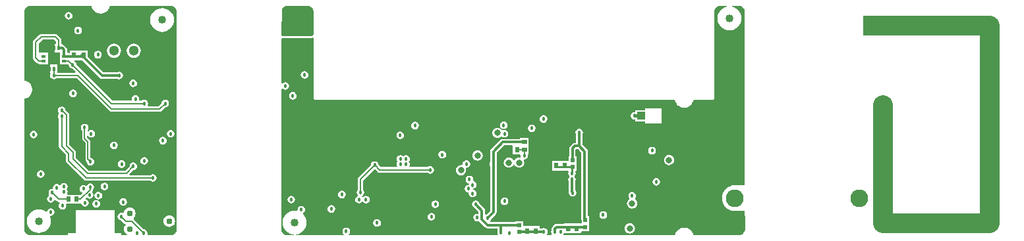
<source format=gbl>
G04*
G04 #@! TF.GenerationSoftware,Altium Limited,Altium NEXUS,3.1.14 (81)*
G04*
G04 Layer_Physical_Order=6*
G04 Layer_Color=16711680*
%FSLAX25Y25*%
%MOIN*%
G70*
G04*
G04 #@! TF.SameCoordinates,8D934BE8-6637-419B-8715-06A4025A7093*
G04*
G04*
G04 #@! TF.FilePolarity,Positive*
G04*
G01*
G75*
%ADD15C,0.01000*%
%ADD17C,0.00800*%
%ADD21C,0.00500*%
%ADD27R,0.02165X0.02559*%
%ADD29R,0.02559X0.02165*%
%ADD31R,0.08661X0.04134*%
%ADD32R,0.04134X0.03937*%
%ADD38R,0.02362X0.03150*%
%ADD44R,0.01968X0.01968*%
%ADD127C,0.04000*%
%ADD138C,0.03098*%
%ADD140C,0.01800*%
%ADD141C,0.01200*%
%ADD144C,0.09843*%
%ADD156C,0.03200*%
%ADD157C,0.05118*%
%ADD158C,0.01800*%
%ADD159C,0.02200*%
%ADD160C,0.09000*%
%ADD161C,0.09843*%
%ADD162C,0.01968*%
%ADD167R,0.04724X0.04724*%
%ADD168R,0.01772X0.02480*%
%ADD169R,0.02480X0.01772*%
%ADD170R,0.07874X0.09843*%
G36*
X75712Y117169D02*
X76279Y116934D01*
X76789Y116594D01*
X77223Y116159D01*
X77564Y115649D01*
X77799Y115082D01*
X77919Y114480D01*
Y106574D01*
X77904Y106500D01*
X77672Y2722D01*
X77564Y2461D01*
X77223Y1951D01*
X76789Y1517D01*
X76279Y1176D01*
X75712Y941D01*
X75110Y821D01*
X63216D01*
X63059Y1115D01*
X62995Y1321D01*
X63130Y2000D01*
X62982Y2741D01*
X62563Y3370D01*
X61934Y3790D01*
X61294Y3917D01*
X56179Y9032D01*
X56015Y9142D01*
X55994Y9757D01*
X56204Y9918D01*
X56678Y10534D01*
X56975Y11252D01*
X57076Y12022D01*
X56975Y12793D01*
X56678Y13511D01*
X56204Y14127D01*
X55588Y14600D01*
X54870Y14897D01*
X54100Y14999D01*
X53330Y14897D01*
X52612Y14600D01*
X51995Y14127D01*
X51522Y13511D01*
X51225Y12793D01*
X51169Y12364D01*
X50632Y12121D01*
X50632Y12121D01*
X49891Y12268D01*
X49149Y12121D01*
X48521Y11701D01*
X48101Y11072D01*
X47954Y10331D01*
X48101Y9590D01*
X48521Y8961D01*
X49149Y8541D01*
X49637Y8444D01*
X51068Y7013D01*
X51531Y6704D01*
X51845Y6641D01*
X51995Y6127D01*
X51522Y5511D01*
X51225Y4793D01*
X51124Y4022D01*
X51225Y3252D01*
X51522Y2534D01*
X51995Y1918D01*
X52612Y1445D01*
X52911Y1321D01*
X52811Y821D01*
X49891D01*
Y2000D01*
X46516D01*
Y13596D01*
X46500D01*
Y13600D01*
X26800D01*
Y2000D01*
X22900D01*
Y821D01*
X3630D01*
X3028Y941D01*
X2461Y1176D01*
X1951Y1517D01*
X1517Y1951D01*
X1176Y2461D01*
X941Y3028D01*
X821Y3630D01*
Y3937D01*
Y70133D01*
X1284Y70226D01*
X1377Y70264D01*
X1475Y70284D01*
X2152Y70564D01*
X2236Y70620D01*
X2329Y70658D01*
X2938Y71065D01*
X3009Y71136D01*
X3093Y71192D01*
X3611Y71710D01*
X3667Y71794D01*
X3738Y71865D01*
X4145Y72474D01*
X4183Y72567D01*
X4239Y72651D01*
X4520Y73328D01*
X4539Y73426D01*
X4578Y73519D01*
X4721Y74238D01*
Y74313D01*
X4739Y74387D01*
X4757Y74753D01*
X4750Y74803D01*
X4757Y74853D01*
X4739Y75220D01*
X4721Y75293D01*
Y75368D01*
X4578Y76087D01*
X4539Y76180D01*
X4520Y76279D01*
X4239Y76956D01*
X4183Y77039D01*
X4145Y77132D01*
X3738Y77741D01*
X3667Y77812D01*
X3611Y77896D01*
X3093Y78414D01*
X3009Y78470D01*
X2938Y78541D01*
X2329Y78948D01*
X2236Y78987D01*
X2152Y79042D01*
X1475Y79323D01*
X1377Y79342D01*
X1284Y79381D01*
X821Y79473D01*
Y114173D01*
Y114480D01*
X941Y115082D01*
X1176Y115649D01*
X1517Y116159D01*
X1951Y116594D01*
X2461Y116934D01*
X3028Y117169D01*
X3630Y117289D01*
X34697D01*
X34931Y116416D01*
X34990Y116296D01*
X35033Y116170D01*
X35521Y115324D01*
X35609Y115224D01*
X35683Y115113D01*
X36373Y114423D01*
X36484Y114349D01*
X36584Y114261D01*
X37430Y113773D01*
X37556Y113730D01*
X37675Y113671D01*
X38618Y113419D01*
X38751Y113410D01*
X38882Y113384D01*
X39858D01*
X39989Y113410D01*
X40122Y113419D01*
X41065Y113671D01*
X41184Y113730D01*
X41311Y113773D01*
X42156Y114261D01*
X42256Y114349D01*
X42367Y114423D01*
X43057Y115113D01*
X43131Y115224D01*
X43219Y115324D01*
X43707Y116170D01*
X43750Y116296D01*
X43809Y116416D01*
X44043Y117289D01*
X75110D01*
X75712Y117169D01*
D02*
G37*
G36*
X363114D02*
X363681Y116934D01*
X364191Y116594D01*
X364625Y116159D01*
X364966Y115649D01*
X365050Y115446D01*
X365054Y113410D01*
X365143Y70598D01*
X365234Y26570D01*
X364881Y26216D01*
X360236D01*
X358961Y26091D01*
X357736Y25719D01*
X356607Y25116D01*
X355617Y24303D01*
X354805Y23314D01*
X354201Y22185D01*
X353830Y20959D01*
X353704Y19685D01*
X353830Y18411D01*
X354201Y17186D01*
X354805Y16056D01*
X355617Y15067D01*
X356607Y14254D01*
X357736Y13651D01*
X358961Y13279D01*
X360236Y13154D01*
X365262D01*
X365266Y10983D01*
X365286Y10885D01*
X365285Y10874D01*
X365298Y10828D01*
X365320Y10714D01*
Y3630D01*
X365201Y3028D01*
X364966Y2461D01*
X364625Y1951D01*
X364191Y1517D01*
X363681Y1176D01*
X363114Y941D01*
X362512Y821D01*
X339319D01*
X339085Y1695D01*
X339026Y1814D01*
X338983Y1940D01*
X338495Y2786D01*
X338407Y2886D01*
X338333Y2997D01*
X337643Y3687D01*
X337532Y3761D01*
X337431Y3849D01*
X336586Y4337D01*
X336460Y4380D01*
X336340Y4439D01*
X335398Y4691D01*
X335264Y4700D01*
X335134Y4726D01*
X334158D01*
X334027Y4700D01*
X333894Y4691D01*
X332951Y4439D01*
X332831Y4380D01*
X332705Y4337D01*
X331860Y3849D01*
X331760Y3761D01*
X331649Y3687D01*
X330959Y2997D01*
X330885Y2886D01*
X330797Y2786D01*
X330309Y1940D01*
X330266Y1814D01*
X330207Y1695D01*
X329973Y821D01*
X273763D01*
X273522Y1321D01*
X273812Y1756D01*
X282496D01*
Y2506D01*
X282661Y2937D01*
X286630D01*
Y6480D01*
Y10449D01*
X285883D01*
Y43328D01*
X285883Y43328D01*
X285759Y43953D01*
X285405Y44482D01*
X283127Y46760D01*
Y52022D01*
X283286Y52259D01*
X283433Y53000D01*
X283286Y53741D01*
X282866Y54370D01*
X282237Y54790D01*
X281496Y54937D01*
X280755Y54790D01*
X280126Y54370D01*
X279706Y53741D01*
X279559Y53000D01*
X279706Y52259D01*
X279865Y52022D01*
Y47716D01*
X279215D01*
X278591Y47591D01*
X278061Y47238D01*
X276859Y46035D01*
X276505Y45506D01*
X276381Y44882D01*
Y41036D01*
X276028D01*
Y38673D01*
X267731D01*
Y33524D01*
X275823D01*
X276090Y33024D01*
X276035Y32941D01*
X275887Y32200D01*
X276035Y31459D01*
X276343Y30997D01*
X276417Y30650D01*
X276343Y30303D01*
X276035Y29841D01*
X275887Y29100D01*
X276035Y28359D01*
X276193Y28122D01*
Y22862D01*
X276236Y22646D01*
X276187Y22400D01*
X276335Y21659D01*
X276755Y21030D01*
X277383Y20610D01*
X278124Y20463D01*
X278866Y20610D01*
X279494Y21030D01*
X279914Y21659D01*
X280062Y22400D01*
X279914Y23141D01*
X279494Y23770D01*
X279456Y23796D01*
Y28122D01*
X279614Y28359D01*
X279762Y29100D01*
X279614Y29841D01*
X279306Y30303D01*
X279232Y30650D01*
X279306Y30997D01*
X279614Y31459D01*
X279762Y32200D01*
X279614Y32941D01*
X279559Y33024D01*
X279780Y33524D01*
X279997D01*
Y37067D01*
Y41036D01*
X279644D01*
Y44206D01*
X279891Y44453D01*
X280820D01*
X282621Y42653D01*
Y9552D01*
X282630Y9504D01*
Y8849D01*
X282661Y8691D01*
Y7337D01*
X282496Y6905D01*
X273803D01*
Y6678D01*
X270114D01*
X269490Y6554D01*
X268960Y6200D01*
X268124Y5364D01*
X267770Y4834D01*
X267646Y4210D01*
Y3708D01*
X267335Y3241D01*
X267187Y2500D01*
X267335Y1759D01*
X267627Y1321D01*
X267386Y821D01*
X265363D01*
X265122Y1321D01*
X265414Y1759D01*
X265562Y2500D01*
X265414Y3241D01*
X264994Y3870D01*
X264366Y4290D01*
X263625Y4437D01*
X262883Y4290D01*
X262777Y4219D01*
X261595D01*
Y5559D01*
X253198D01*
Y8002D01*
X249230D01*
Y7649D01*
X236666D01*
X236536Y7867D01*
X236456Y8149D01*
X236829Y8708D01*
X236885Y8987D01*
X239194Y11297D01*
X239548Y11826D01*
X239672Y12450D01*
X239672Y12450D01*
Y36024D01*
X239831Y36261D01*
X239978Y37002D01*
X239831Y37744D01*
X239672Y37981D01*
Y42690D01*
X243431Y46449D01*
X247448D01*
X247917Y46374D01*
Y41815D01*
X251431D01*
X251748Y41429D01*
X251723Y41300D01*
X251840Y40708D01*
X251577Y40351D01*
X251462Y40270D01*
X251060Y40322D01*
X250381Y40233D01*
X249749Y39971D01*
X249205Y39554D01*
X248789Y39011D01*
X248730Y38870D01*
X248189D01*
X248131Y39011D01*
X247714Y39554D01*
X247171Y39971D01*
X246539Y40233D01*
X245860Y40322D01*
X245181Y40233D01*
X244549Y39971D01*
X244005Y39554D01*
X243589Y39011D01*
X243327Y38379D01*
X243237Y37700D01*
X243327Y37021D01*
X243589Y36389D01*
X244005Y35846D01*
X244549Y35429D01*
X245181Y35167D01*
X245860Y35078D01*
X246539Y35167D01*
X247171Y35429D01*
X247714Y35846D01*
X248131Y36389D01*
X248189Y36529D01*
X248730D01*
X248789Y36389D01*
X249205Y35846D01*
X249749Y35429D01*
X250381Y35167D01*
X251060Y35078D01*
X251739Y35167D01*
X252371Y35429D01*
X252914Y35846D01*
X253331Y36389D01*
X253593Y37021D01*
X253682Y37700D01*
X253593Y38379D01*
X253373Y38910D01*
X253626Y39369D01*
X253660Y39363D01*
X254401Y39510D01*
X255030Y39930D01*
X255450Y40559D01*
X255597Y41300D01*
X255525Y41660D01*
X255926Y42160D01*
X255939D01*
Y46097D01*
Y50263D01*
X251380D01*
Y49712D01*
X242755D01*
X242131Y49588D01*
X241602Y49234D01*
X236887Y44519D01*
X236534Y43990D01*
X236410Y43366D01*
Y37981D01*
X236251Y37744D01*
X236104Y37002D01*
X236251Y36261D01*
X236410Y36024D01*
Y13126D01*
X234578Y11294D01*
X234415Y11262D01*
X233915Y11538D01*
Y13386D01*
X233791Y14010D01*
X233437Y14539D01*
X230979Y16997D01*
X230924Y17277D01*
X230504Y17905D01*
X229875Y18325D01*
X229134Y18473D01*
X228393Y18325D01*
X227764Y17905D01*
X227344Y17277D01*
X227197Y16535D01*
X227344Y15794D01*
X227764Y15166D01*
X228393Y14746D01*
X228672Y14690D01*
X230652Y12710D01*
Y12028D01*
X230266Y11711D01*
X229921Y11780D01*
X229180Y11632D01*
X228551Y11212D01*
X228132Y10584D01*
X227984Y9843D01*
X228132Y9101D01*
X228551Y8473D01*
X229180Y8053D01*
X229921Y7905D01*
X230663Y8053D01*
X230891Y8007D01*
X231130Y7650D01*
X233916Y4865D01*
X234445Y4511D01*
X235069Y4387D01*
X240310D01*
Y3372D01*
X240152Y3135D01*
X240005Y2394D01*
X240152Y1652D01*
X240373Y1321D01*
X240106Y821D01*
X164984D01*
X164833Y1321D01*
X164996Y1430D01*
X165416Y2059D01*
X165563Y2800D01*
X165416Y3541D01*
X164996Y4170D01*
X164367Y4590D01*
X163626Y4737D01*
X162885Y4590D01*
X162256Y4170D01*
X161836Y3541D01*
X161689Y2800D01*
X161836Y2059D01*
X162256Y1430D01*
X162419Y1321D01*
X162268Y821D01*
X138034D01*
X138010Y1321D01*
X138676Y1387D01*
X139807Y1730D01*
X140849Y2287D01*
X141763Y3037D01*
X142513Y3951D01*
X143070Y4993D01*
X143413Y6124D01*
X143529Y7300D01*
X143413Y8476D01*
X143070Y9607D01*
X142513Y10650D01*
X141804Y11513D01*
X141783Y11600D01*
X141782Y11655D01*
X141876Y12117D01*
X142315Y12410D01*
X142735Y13038D01*
X142882Y13780D01*
X142735Y14521D01*
X142315Y15149D01*
X141686Y15569D01*
X140945Y15717D01*
X140203Y15569D01*
X139575Y15149D01*
X139155Y14521D01*
X139008Y13780D01*
X139054Y13547D01*
X138981Y13481D01*
X138609Y13220D01*
X137500Y13329D01*
X136324Y13213D01*
X135193Y12870D01*
X134151Y12313D01*
X133237Y11563D01*
X132487Y10650D01*
X131930Y9607D01*
X131587Y8476D01*
X131471Y7300D01*
X131587Y6124D01*
X131930Y4993D01*
X132487Y3951D01*
X133237Y3037D01*
X134151Y2287D01*
X135193Y1730D01*
X136324Y1387D01*
X136990Y1321D01*
X136966Y821D01*
X133551D01*
X132949Y941D01*
X132382Y1176D01*
X131872Y1517D01*
X131438Y1951D01*
X131097Y2461D01*
X130862Y3028D01*
X130743Y3630D01*
Y10487D01*
X130755Y10549D01*
X130766Y10602D01*
X130778Y10647D01*
X130777Y10657D01*
X130797Y10756D01*
X130797Y10756D01*
X130797Y10756D01*
X130805Y14690D01*
X130929Y74952D01*
X131197Y75087D01*
X131430Y75145D01*
X132008Y74759D01*
X132749Y74612D01*
X133490Y74759D01*
X134119Y75179D01*
X134539Y75807D01*
X134686Y76549D01*
X134539Y77290D01*
X134119Y77919D01*
X133490Y78339D01*
X132749Y78486D01*
X132008Y78339D01*
X131436Y77956D01*
X131187Y78021D01*
X130936Y78156D01*
X130982Y100547D01*
X131483Y100949D01*
X131486Y100949D01*
X146063D01*
X146453Y101026D01*
X146580Y101111D01*
X147080Y100859D01*
X147079Y70598D01*
X147156Y70208D01*
X147377Y69877D01*
X147377Y69877D01*
X147708Y69656D01*
X148098Y69579D01*
X329973D01*
X330207Y68706D01*
X330266Y68586D01*
X330309Y68460D01*
X330797Y67615D01*
X330885Y67515D01*
X330959Y67404D01*
X331649Y66714D01*
X331760Y66640D01*
X331861Y66552D01*
X332706Y66064D01*
X332832Y66022D01*
X332951Y65962D01*
X333894Y65710D01*
X334027Y65701D01*
X334158Y65675D01*
X335134D01*
X335264Y65701D01*
X335397Y65710D01*
X336340Y65962D01*
X336459Y66022D01*
X336586Y66064D01*
X337431Y66552D01*
X337531Y66640D01*
X337642Y66714D01*
X338332Y67404D01*
X338406Y67515D01*
X338494Y67615D01*
X338982Y68460D01*
X339025Y68586D01*
X339084Y68706D01*
X339320Y69584D01*
X348801Y69579D01*
X348801Y69579D01*
X348802Y69579D01*
X349001Y69618D01*
X349191Y69656D01*
X349191Y69656D01*
X349192Y69656D01*
X349358Y69767D01*
X349522Y69877D01*
X349522Y69877D01*
X349523Y69877D01*
X349637Y70048D01*
X349743Y70208D01*
X349743Y70208D01*
X349744Y70208D01*
X349784Y70409D01*
X349821Y70598D01*
X349821Y70598D01*
X349821Y70598D01*
Y114173D01*
Y114480D01*
X349941Y115082D01*
X350176Y115649D01*
X350517Y116159D01*
X350951Y116594D01*
X351461Y116934D01*
X352028Y117169D01*
X352630Y117289D01*
X356210D01*
X356284Y116789D01*
X355233Y116470D01*
X354191Y115913D01*
X353277Y115163D01*
X352527Y114250D01*
X351970Y113207D01*
X351627Y112076D01*
X351511Y110900D01*
X351627Y109724D01*
X351970Y108593D01*
X352527Y107551D01*
X353277Y106637D01*
X354191Y105887D01*
X355233Y105330D01*
X356364Y104987D01*
X357540Y104871D01*
X358716Y104987D01*
X359847Y105330D01*
X360890Y105887D01*
X361803Y106637D01*
X362553Y107551D01*
X363110Y108593D01*
X363453Y109724D01*
X363569Y110900D01*
X363453Y112076D01*
X363110Y113207D01*
X362553Y114250D01*
X361803Y115163D01*
X360890Y115913D01*
X359847Y116470D01*
X358796Y116789D01*
X358870Y117289D01*
X362512D01*
X363114Y117169D01*
D02*
G37*
G36*
X144873D02*
X145440Y116934D01*
X145951Y116594D01*
X146385Y116159D01*
X146726Y115649D01*
X146961Y115082D01*
X147080Y114480D01*
Y114173D01*
X147080Y102986D01*
X146063Y101969D01*
X131486D01*
X130986Y102468D01*
X131013Y115446D01*
X131097Y115649D01*
X131438Y116159D01*
X131872Y116594D01*
X132382Y116934D01*
X132949Y117169D01*
X133551Y117289D01*
X144271D01*
X144873Y117169D01*
D02*
G37*
%LPC*%
G36*
X23228Y114142D02*
X22487Y113995D01*
X21858Y113575D01*
X21439Y112946D01*
X21291Y112205D01*
X21439Y111463D01*
X21858Y110835D01*
X22487Y110415D01*
X23228Y110267D01*
X23970Y110415D01*
X24598Y110835D01*
X25018Y111463D01*
X25166Y112205D01*
X25018Y112946D01*
X24598Y113575D01*
X23970Y113995D01*
X23228Y114142D01*
D02*
G37*
G36*
X70500Y116129D02*
X69324Y116013D01*
X68193Y115670D01*
X67150Y115113D01*
X66237Y114363D01*
X65487Y113450D01*
X64930Y112407D01*
X64587Y111276D01*
X64471Y110100D01*
X64587Y108924D01*
X64930Y107793D01*
X65487Y106751D01*
X66237Y105837D01*
X67150Y105087D01*
X68193Y104530D01*
X69324Y104187D01*
X70500Y104071D01*
X71676Y104187D01*
X72807Y104530D01*
X73849Y105087D01*
X74763Y105837D01*
X75513Y106751D01*
X76070Y107793D01*
X76413Y108924D01*
X76529Y110100D01*
X76413Y111276D01*
X76070Y112407D01*
X75513Y113450D01*
X74763Y114363D01*
X73849Y115113D01*
X72807Y115670D01*
X71676Y116013D01*
X70500Y116129D01*
D02*
G37*
G36*
X16330Y103002D02*
X16330Y103002D01*
X9449D01*
X9449Y103002D01*
X8903Y102894D01*
X8439Y102584D01*
X8439Y102584D01*
X5621Y99766D01*
X5312Y99303D01*
X5203Y98757D01*
X5203Y98756D01*
Y91053D01*
X5203Y91053D01*
X5312Y90507D01*
X5621Y90043D01*
X7303Y88362D01*
X7303Y88361D01*
X7766Y88052D01*
X8313Y87943D01*
Y87485D01*
X12793D01*
Y89847D01*
Y93619D01*
X8313D01*
X8058Y94013D01*
Y98165D01*
X10040Y100147D01*
X15739D01*
X16684Y99202D01*
Y97989D01*
X16226D01*
Y93509D01*
X18706D01*
Y89847D01*
Y87485D01*
X23095D01*
X23280Y87300D01*
X23407Y86660D01*
X23827Y86032D01*
X24455Y85612D01*
X25095Y85485D01*
X26801Y83779D01*
X26609Y83317D01*
X17635D01*
Y87595D01*
X13864D01*
Y83115D01*
X13864D01*
X13991Y82878D01*
X13955Y82615D01*
X13811Y81890D01*
X13958Y81148D01*
X14378Y80520D01*
X15007Y80100D01*
X15748Y79953D01*
X16489Y80100D01*
X17032Y80462D01*
X27362D01*
X43872Y63951D01*
X43872Y63951D01*
X44336Y63642D01*
X44882Y63533D01*
X44882Y63533D01*
X69291D01*
X69291Y63533D01*
X69838Y63642D01*
X70301Y63951D01*
X72149Y65799D01*
X72789Y65927D01*
X73417Y66347D01*
X73837Y66975D01*
X73984Y67716D01*
X73837Y68458D01*
X73417Y69086D01*
X72789Y69506D01*
X72047Y69654D01*
X71306Y69506D01*
X70677Y69086D01*
X70258Y68458D01*
X70130Y67818D01*
X68700Y66388D01*
X63345D01*
X63109Y66829D01*
X63207Y66975D01*
X63354Y67716D01*
X63207Y68458D01*
X62787Y69086D01*
X62159Y69506D01*
X61417Y69654D01*
X60676Y69506D01*
X60134Y69144D01*
X59282D01*
X58885Y69644D01*
X58957Y70010D01*
X58810Y70751D01*
X58390Y71380D01*
X57762Y71800D01*
X57020Y71947D01*
X56279Y71800D01*
X55650Y71380D01*
X55230Y70751D01*
X55083Y70010D01*
X55156Y69644D01*
X54758Y69144D01*
X45473D01*
X27114Y87503D01*
X26987Y88143D01*
X26567Y88771D01*
X26148Y89051D01*
X26300Y89551D01*
X28165D01*
Y89551D01*
X28528D01*
Y89551D01*
X30189D01*
X39004Y80736D01*
X39533Y80383D01*
X40157Y80258D01*
X47747D01*
X47984Y80100D01*
X48726Y79953D01*
X49467Y80100D01*
X50095Y80520D01*
X50515Y81148D01*
X50663Y81890D01*
X50515Y82631D01*
X50095Y83260D01*
X49467Y83679D01*
X48726Y83827D01*
X47984Y83679D01*
X47747Y83521D01*
X40833D01*
X32890Y91465D01*
Y94701D01*
X28528D01*
Y94701D01*
X28165D01*
Y94701D01*
X23803D01*
Y93364D01*
X23187D01*
Y93619D01*
X22578D01*
Y94800D01*
X22454Y95424D01*
X22100Y95953D01*
X21151Y96902D01*
X20622Y97256D01*
X19998Y97380D01*
Y97989D01*
X19539D01*
Y99793D01*
X19539Y99793D01*
X19431Y100340D01*
X19121Y100803D01*
X17340Y102584D01*
X16877Y102894D01*
X16330Y103002D01*
D02*
G37*
G36*
X27953Y106662D02*
X27211Y106514D01*
X26583Y106094D01*
X26163Y105466D01*
X26015Y104724D01*
X26163Y103983D01*
X26583Y103355D01*
X27211Y102935D01*
X27953Y102787D01*
X28694Y102935D01*
X29323Y103355D01*
X29743Y103983D01*
X29890Y104724D01*
X29743Y105466D01*
X29323Y106094D01*
X28694Y106514D01*
X27953Y106662D01*
D02*
G37*
G36*
X56181Y98078D02*
X55252Y97956D01*
X54386Y97597D01*
X53643Y97026D01*
X53072Y96283D01*
X52714Y95417D01*
X52591Y94488D01*
X52714Y93559D01*
X53072Y92693D01*
X53643Y91950D01*
X54386Y91379D01*
X55252Y91021D01*
X56181Y90898D01*
X57110Y91021D01*
X57976Y91379D01*
X58719Y91950D01*
X59290Y92693D01*
X59649Y93559D01*
X59771Y94488D01*
X59649Y95417D01*
X59290Y96283D01*
X58719Y97026D01*
X57976Y97597D01*
X57110Y97956D01*
X56181Y98078D01*
D02*
G37*
G36*
X46181D02*
X45252Y97956D01*
X44386Y97597D01*
X43643Y97026D01*
X43072Y96283D01*
X42714Y95417D01*
X42591Y94488D01*
X42714Y93559D01*
X43072Y92693D01*
X43643Y91950D01*
X44386Y91379D01*
X45252Y91021D01*
X46181Y90898D01*
X47110Y91021D01*
X47976Y91379D01*
X48719Y91950D01*
X49290Y92693D01*
X49648Y93559D01*
X49771Y94488D01*
X49648Y95417D01*
X49290Y96283D01*
X48719Y97026D01*
X47976Y97597D01*
X47110Y97956D01*
X46181Y98078D01*
D02*
G37*
G36*
X37995Y94457D02*
X37253Y94310D01*
X36625Y93889D01*
X36205Y93261D01*
X36057Y92520D01*
X36205Y91778D01*
X36625Y91150D01*
X37253Y90730D01*
X37995Y90583D01*
X38736Y90730D01*
X39364Y91150D01*
X39784Y91778D01*
X39932Y92520D01*
X39784Y93261D01*
X39364Y93889D01*
X38736Y94310D01*
X37995Y94457D01*
D02*
G37*
G36*
X55905Y79890D02*
X55164Y79742D01*
X54536Y79323D01*
X54116Y78694D01*
X53968Y77953D01*
X54116Y77211D01*
X54536Y76583D01*
X55164Y76163D01*
X55905Y76016D01*
X56647Y76163D01*
X57275Y76583D01*
X57695Y77211D01*
X57843Y77953D01*
X57695Y78694D01*
X57275Y79323D01*
X56647Y79742D01*
X55905Y79890D01*
D02*
G37*
G36*
X25403Y74751D02*
X24662Y74603D01*
X24033Y74183D01*
X23613Y73555D01*
X23466Y72813D01*
X23613Y72072D01*
X24033Y71444D01*
X24662Y71024D01*
X25403Y70876D01*
X26144Y71024D01*
X26773Y71444D01*
X27193Y72072D01*
X27340Y72813D01*
X27193Y73555D01*
X26773Y74183D01*
X26144Y74603D01*
X25403Y74751D01*
D02*
G37*
G36*
X31309Y57358D02*
X30567Y57211D01*
X29939Y56791D01*
X29519Y56162D01*
X29371Y55421D01*
X29519Y54680D01*
X29939Y54051D01*
X30034Y53987D01*
Y49954D01*
X30131Y49466D01*
X30408Y49053D01*
X31703Y47757D01*
Y39463D01*
X31800Y38976D01*
X32076Y38562D01*
X32337Y38301D01*
X32315Y38189D01*
X32462Y37448D01*
X32882Y36819D01*
X33511Y36399D01*
X34252Y36252D01*
X34993Y36399D01*
X35622Y36819D01*
X36042Y37448D01*
X36189Y38189D01*
X36042Y38930D01*
X35622Y39559D01*
X34993Y39979D01*
X34252Y40126D01*
Y48285D01*
X34155Y48773D01*
X33879Y49186D01*
X32583Y50482D01*
Y51129D01*
X33083Y51281D01*
X33276Y50992D01*
X33904Y50572D01*
X34646Y50425D01*
X35387Y50572D01*
X36015Y50992D01*
X36435Y51621D01*
X36583Y52362D01*
X36435Y53104D01*
X36015Y53732D01*
X35387Y54152D01*
X34646Y54299D01*
X33904Y54152D01*
X33276Y53732D01*
X33230Y53663D01*
X32711Y53787D01*
X32678Y54051D01*
X33098Y54680D01*
X33246Y55421D01*
X33098Y56162D01*
X32678Y56791D01*
X32050Y57211D01*
X31309Y57358D01*
D02*
G37*
G36*
X74803Y54299D02*
X74062Y54152D01*
X73433Y53732D01*
X73013Y53104D01*
X72866Y52362D01*
X73013Y51621D01*
X73433Y50992D01*
X74062Y50572D01*
X74803Y50425D01*
X75545Y50572D01*
X76173Y50992D01*
X76593Y51621D01*
X76740Y52362D01*
X76593Y53104D01*
X76173Y53732D01*
X75545Y54152D01*
X74803Y54299D01*
D02*
G37*
G36*
X5512Y53906D02*
X4770Y53758D01*
X4142Y53338D01*
X3722Y52710D01*
X3575Y51968D01*
X3722Y51227D01*
X4142Y50599D01*
X4770Y50179D01*
X5512Y50031D01*
X6253Y50179D01*
X6882Y50599D01*
X7302Y51227D01*
X7449Y51968D01*
X7302Y52710D01*
X6882Y53338D01*
X6253Y53758D01*
X5512Y53906D01*
D02*
G37*
G36*
X70866Y50756D02*
X70125Y50609D01*
X69496Y50189D01*
X69076Y49560D01*
X68929Y48819D01*
X69076Y48078D01*
X69496Y47449D01*
X70125Y47029D01*
X70866Y46882D01*
X71608Y47029D01*
X72236Y47449D01*
X72656Y48078D01*
X72803Y48819D01*
X72656Y49560D01*
X72236Y50189D01*
X71608Y50609D01*
X70866Y50756D01*
D02*
G37*
G36*
X46063Y48394D02*
X45322Y48246D01*
X44693Y47826D01*
X44273Y47198D01*
X44126Y46457D01*
X44273Y45715D01*
X44693Y45087D01*
X45322Y44667D01*
X46063Y44519D01*
X46804Y44667D01*
X47433Y45087D01*
X47853Y45715D01*
X48000Y46457D01*
X47853Y47198D01*
X47433Y47826D01*
X46804Y48246D01*
X46063Y48394D01*
D02*
G37*
G36*
X61417Y40520D02*
X60676Y40372D01*
X60048Y39952D01*
X59628Y39324D01*
X59480Y38583D01*
X59628Y37841D01*
X60048Y37213D01*
X60676Y36793D01*
X61417Y36645D01*
X62159Y36793D01*
X62787Y37213D01*
X63207Y37841D01*
X63354Y38583D01*
X63207Y39324D01*
X62787Y39952D01*
X62159Y40372D01*
X61417Y40520D01*
D02*
G37*
G36*
X50000Y38945D02*
X49259Y38798D01*
X48630Y38378D01*
X48210Y37749D01*
X48063Y37008D01*
X48210Y36266D01*
X48630Y35638D01*
X49259Y35218D01*
X50000Y35071D01*
X50741Y35218D01*
X51370Y35638D01*
X51790Y36266D01*
X51937Y37008D01*
X51790Y37749D01*
X51370Y38378D01*
X50741Y38798D01*
X50000Y38945D01*
D02*
G37*
G36*
X9055Y33827D02*
X8314Y33680D01*
X7685Y33260D01*
X7265Y32631D01*
X7118Y31890D01*
X7265Y31148D01*
X7685Y30520D01*
X8314Y30100D01*
X9055Y29952D01*
X9797Y30100D01*
X10425Y30520D01*
X10845Y31148D01*
X10992Y31890D01*
X10845Y32631D01*
X10425Y33260D01*
X9797Y33680D01*
X9055Y33827D01*
D02*
G37*
G36*
X19672Y66207D02*
X18930Y66060D01*
X18302Y65640D01*
X17882Y65011D01*
X17734Y64270D01*
X17882Y63529D01*
X18162Y63110D01*
X18261Y62751D01*
X18162Y62392D01*
X17882Y61973D01*
X17734Y61232D01*
X17882Y60491D01*
X18244Y59948D01*
Y45864D01*
X18244Y45864D01*
X18353Y45318D01*
X18662Y44854D01*
X21835Y41682D01*
Y38698D01*
X21835Y38698D01*
X21943Y38151D01*
X22253Y37688D01*
X31029Y28912D01*
X31029Y28912D01*
X31492Y28602D01*
X32039Y28494D01*
X32039Y28494D01*
X64464D01*
X65007Y28131D01*
X65748Y27984D01*
X66489Y28131D01*
X67118Y28551D01*
X67538Y29180D01*
X67685Y29921D01*
X67538Y30663D01*
X67118Y31291D01*
X66489Y31711D01*
X65748Y31859D01*
X65007Y31711D01*
X64464Y31349D01*
X54099D01*
X53908Y31811D01*
X56007Y33910D01*
X56647Y34037D01*
X57275Y34457D01*
X57695Y35085D01*
X57843Y35827D01*
X57695Y36568D01*
X57275Y37197D01*
X56647Y37617D01*
X55905Y37764D01*
X55164Y37617D01*
X54536Y37197D01*
X54116Y36568D01*
X53988Y35928D01*
X51771Y33711D01*
X33268D01*
X26831Y40149D01*
Y42800D01*
X26722Y43346D01*
X26412Y43809D01*
X26412Y43809D01*
X23475Y46747D01*
Y61894D01*
X23475Y61895D01*
X23366Y62441D01*
X23057Y62904D01*
X23057Y62904D01*
X21589Y64372D01*
X21461Y65011D01*
X21042Y65640D01*
X20413Y66060D01*
X19672Y66207D01*
D02*
G37*
G36*
X20824Y27370D02*
X20083Y27222D01*
X19454Y26802D01*
X19154Y26353D01*
X18588Y26299D01*
X18554Y26350D01*
X17926Y26770D01*
X17184Y26918D01*
X16443Y26770D01*
X15814Y26350D01*
X15394Y25722D01*
X15247Y24980D01*
X15299Y24717D01*
X15200Y24617D01*
X14861Y24358D01*
X14219Y24231D01*
X13591Y23811D01*
X13171Y23182D01*
X13023Y22441D01*
X13171Y21700D01*
X13288Y21524D01*
X13121Y20874D01*
X12803Y20661D01*
X12383Y20033D01*
X12236Y19291D01*
X12383Y18550D01*
X12803Y17921D01*
X13432Y17502D01*
X14173Y17354D01*
X14915Y17502D01*
X15543Y17921D01*
X15963Y18550D01*
X16004Y18755D01*
X16482Y18901D01*
X17292Y18091D01*
X17292Y18091D01*
X17755Y17781D01*
X18302Y17673D01*
X18302Y17673D01*
X18591D01*
X18743Y17173D01*
X18725Y17161D01*
X18305Y16532D01*
X18157Y15791D01*
X18305Y15049D01*
X18725Y14421D01*
X19353Y14001D01*
X20095Y13853D01*
X20836Y14001D01*
X21464Y14421D01*
X21884Y15049D01*
X22032Y15791D01*
X21926Y16320D01*
X22247Y16820D01*
X29151D01*
Y16820D01*
X29651Y16869D01*
X29732Y16463D01*
X30152Y15834D01*
X30780Y15414D01*
X31522Y15267D01*
X32263Y15414D01*
X32891Y15834D01*
X33311Y16463D01*
X33459Y17204D01*
X33311Y17945D01*
X32891Y18574D01*
X32263Y18994D01*
X31854Y19075D01*
X31702Y19578D01*
X32026Y19936D01*
X32489Y19890D01*
X33117Y19470D01*
X33858Y19323D01*
X34600Y19470D01*
X35228Y19890D01*
X35648Y20518D01*
X35796Y21260D01*
X35648Y22001D01*
X35264Y22576D01*
X35083Y23011D01*
X35392Y23474D01*
X35468Y23855D01*
X35863Y24447D01*
X36011Y25188D01*
X35863Y25929D01*
X35443Y26558D01*
X34815Y26978D01*
X34074Y27125D01*
X33332Y26978D01*
X32704Y26558D01*
X32408Y26115D01*
X32231Y25934D01*
X31784Y25976D01*
X31450Y26199D01*
X30709Y26347D01*
X29967Y26199D01*
X29339Y25779D01*
X28919Y25151D01*
X28771Y24409D01*
X28919Y23668D01*
X29339Y23040D01*
X29955Y22628D01*
X30028Y22574D01*
X30120Y22086D01*
X29590Y21556D01*
X29151Y21380D01*
Y21380D01*
X29151Y21380D01*
X22737D01*
X22470Y21880D01*
X22590Y22059D01*
X22737Y22800D01*
X22590Y23541D01*
X22218Y24098D01*
X22614Y24691D01*
X22761Y25433D01*
X22614Y26174D01*
X22194Y26802D01*
X21565Y27222D01*
X20824Y27370D01*
D02*
G37*
G36*
X41339Y27528D02*
X40597Y27380D01*
X39969Y26960D01*
X39549Y26332D01*
X39401Y25591D01*
X39549Y24849D01*
X39969Y24221D01*
X40597Y23801D01*
X41339Y23653D01*
X42080Y23801D01*
X42708Y24221D01*
X43128Y24849D01*
X43276Y25591D01*
X43128Y26332D01*
X42708Y26960D01*
X42080Y27380D01*
X41339Y27528D01*
D02*
G37*
G36*
X38200Y22937D02*
X37459Y22790D01*
X36830Y22370D01*
X36410Y21741D01*
X36263Y21000D01*
X36410Y20259D01*
X36830Y19630D01*
X37459Y19210D01*
X38200Y19063D01*
X38941Y19210D01*
X39570Y19630D01*
X39990Y20259D01*
X40137Y21000D01*
X39990Y21741D01*
X39570Y22370D01*
X38941Y22790D01*
X38200Y22937D01*
D02*
G37*
G36*
X50787Y19654D02*
X50046Y19506D01*
X49418Y19086D01*
X48998Y18458D01*
X48850Y17717D01*
X48998Y16975D01*
X49418Y16347D01*
X50046Y15927D01*
X50787Y15779D01*
X51529Y15927D01*
X52157Y16347D01*
X52577Y16975D01*
X52725Y17717D01*
X52577Y18458D01*
X52157Y19086D01*
X51529Y19506D01*
X50787Y19654D01*
D02*
G37*
G36*
X37200Y18737D02*
X36459Y18590D01*
X35830Y18170D01*
X35410Y17541D01*
X35263Y16800D01*
X35410Y16059D01*
X35830Y15430D01*
X36459Y15010D01*
X37200Y14863D01*
X37941Y15010D01*
X38570Y15430D01*
X38990Y16059D01*
X39137Y16800D01*
X38990Y17541D01*
X38570Y18170D01*
X37941Y18590D01*
X37200Y18737D01*
D02*
G37*
G36*
X14173Y14536D02*
X13432Y14388D01*
X12803Y13968D01*
X12383Y13340D01*
X12307Y12956D01*
X11758Y12760D01*
X11450Y13013D01*
X10407Y13570D01*
X9276Y13913D01*
X8100Y14029D01*
X6924Y13913D01*
X5793Y13570D01*
X4750Y13013D01*
X3837Y12263D01*
X3087Y11350D01*
X2530Y10307D01*
X2187Y9176D01*
X2071Y8000D01*
X2187Y6824D01*
X2530Y5693D01*
X3087Y4651D01*
X3837Y3737D01*
X4750Y2987D01*
X5793Y2430D01*
X6924Y2087D01*
X8100Y1971D01*
X9276Y2087D01*
X10407Y2430D01*
X11450Y2987D01*
X12363Y3737D01*
X13113Y4651D01*
X13670Y5693D01*
X14013Y6824D01*
X14129Y8000D01*
X14013Y9176D01*
X13688Y10248D01*
X13788Y10432D01*
X14033Y10689D01*
X14173Y10661D01*
X14915Y10809D01*
X15543Y11229D01*
X15963Y11857D01*
X16111Y12598D01*
X15963Y13340D01*
X15543Y13968D01*
X14915Y14388D01*
X14173Y14536D01*
D02*
G37*
G36*
X74100Y10999D02*
X73330Y10897D01*
X72612Y10600D01*
X71996Y10127D01*
X71522Y9511D01*
X71225Y8793D01*
X71124Y8022D01*
X71225Y7252D01*
X71522Y6534D01*
X71996Y5918D01*
X72612Y5445D01*
X73330Y5148D01*
X74100Y5046D01*
X74870Y5148D01*
X75588Y5445D01*
X76205Y5918D01*
X76678Y6534D01*
X76975Y7252D01*
X77076Y8022D01*
X76975Y8793D01*
X76678Y9511D01*
X76205Y10127D01*
X75588Y10600D01*
X74870Y10897D01*
X74100Y10999D01*
D02*
G37*
G36*
X142583Y84221D02*
X141841Y84073D01*
X141213Y83653D01*
X140793Y83025D01*
X140646Y82284D01*
X140793Y81542D01*
X141213Y80914D01*
X141841Y80494D01*
X142583Y80346D01*
X143324Y80494D01*
X143953Y80914D01*
X144372Y81542D01*
X144520Y82284D01*
X144372Y83025D01*
X143953Y83653D01*
X143324Y84073D01*
X142583Y84221D01*
D02*
G37*
G36*
X136614Y73591D02*
X135873Y73443D01*
X135244Y73023D01*
X134824Y72395D01*
X134677Y71653D01*
X134824Y70912D01*
X135244Y70284D01*
X135873Y69864D01*
X136614Y69716D01*
X137355Y69864D01*
X137984Y70284D01*
X138404Y70912D01*
X138551Y71653D01*
X138404Y72395D01*
X137984Y73023D01*
X137355Y73443D01*
X136614Y73591D01*
D02*
G37*
G36*
X263386Y61780D02*
X262645Y61632D01*
X262016Y61212D01*
X261596Y60584D01*
X261449Y59842D01*
X261596Y59101D01*
X262016Y58473D01*
X262645Y58053D01*
X263386Y57905D01*
X264127Y58053D01*
X264756Y58473D01*
X265176Y59101D01*
X265323Y59842D01*
X265176Y60584D01*
X264756Y61212D01*
X264127Y61632D01*
X263386Y61780D01*
D02*
G37*
G36*
X314961Y65361D02*
X314961Y64739D01*
X314607Y64386D01*
X309829D01*
Y63354D01*
X309449D01*
X308707Y63207D01*
X308079Y62787D01*
X307659Y62159D01*
X307512Y61417D01*
X307659Y60676D01*
X308079Y60048D01*
X308707Y59628D01*
X309449Y59480D01*
X309829D01*
Y58449D01*
X314961D01*
X314961Y57480D01*
X323228Y57480D01*
X323228Y65343D01*
X314961Y65361D01*
D02*
G37*
G36*
X243274Y58637D02*
X242533Y58490D01*
X241904Y58070D01*
X241484Y57441D01*
X241337Y56700D01*
X241484Y55959D01*
X241904Y55330D01*
X242533Y54910D01*
X243274Y54763D01*
X244016Y54910D01*
X244644Y55330D01*
X245064Y55959D01*
X245212Y56700D01*
X245064Y57441D01*
X244644Y58070D01*
X244016Y58490D01*
X243274Y58637D01*
D02*
G37*
G36*
X198399Y58424D02*
X197657Y58277D01*
X197029Y57857D01*
X196609Y57228D01*
X196462Y56487D01*
X196609Y55746D01*
X197029Y55117D01*
X197657Y54697D01*
X198399Y54550D01*
X199140Y54697D01*
X199769Y55117D01*
X200189Y55746D01*
X200336Y56487D01*
X200189Y57228D01*
X199769Y57857D01*
X199140Y58277D01*
X198399Y58424D01*
D02*
G37*
G36*
X257480Y57055D02*
X256739Y56908D01*
X256111Y56488D01*
X255691Y55860D01*
X255543Y55118D01*
X255691Y54377D01*
X256111Y53748D01*
X256739Y53328D01*
X257480Y53181D01*
X258222Y53328D01*
X258850Y53748D01*
X259270Y54377D01*
X259418Y55118D01*
X259270Y55860D01*
X258850Y56488D01*
X258222Y56908D01*
X257480Y57055D01*
D02*
G37*
G36*
X240158Y55378D02*
X239479Y55289D01*
X238846Y55027D01*
X238303Y54610D01*
X237886Y54067D01*
X237624Y53435D01*
X237535Y52756D01*
X237624Y52077D01*
X237886Y51445D01*
X238303Y50902D01*
X238846Y50485D01*
X239479Y50223D01*
X240158Y50134D01*
X240836Y50223D01*
X241469Y50485D01*
X241865Y50789D01*
X242331Y50992D01*
X242959Y50572D01*
X243701Y50425D01*
X244442Y50572D01*
X245071Y50992D01*
X245491Y51621D01*
X245638Y52362D01*
X245491Y53104D01*
X245071Y53732D01*
X244442Y54152D01*
X243701Y54299D01*
X242959Y54152D01*
X242706Y53983D01*
X242429Y54067D01*
X242012Y54610D01*
X241469Y55027D01*
X240836Y55289D01*
X240158Y55378D01*
D02*
G37*
G36*
X190945Y53512D02*
X190203Y53365D01*
X189575Y52945D01*
X189155Y52316D01*
X189008Y51575D01*
X189155Y50833D01*
X189575Y50205D01*
X190203Y49785D01*
X190945Y49638D01*
X191686Y49785D01*
X192315Y50205D01*
X192735Y50833D01*
X192882Y51575D01*
X192735Y52316D01*
X192315Y52945D01*
X191686Y53365D01*
X190945Y53512D01*
D02*
G37*
G36*
X318322Y45720D02*
X317581Y45572D01*
X316953Y45152D01*
X316533Y44524D01*
X316385Y43782D01*
X316533Y43041D01*
X316953Y42413D01*
X317581Y41993D01*
X318322Y41845D01*
X319064Y41993D01*
X319692Y42413D01*
X320112Y43041D01*
X320260Y43782D01*
X320112Y44524D01*
X319692Y45152D01*
X319064Y45572D01*
X318322Y45720D01*
D02*
G37*
G36*
X193913Y41502D02*
X193172Y41354D01*
X192848Y41138D01*
X192463Y40970D01*
X192078Y41138D01*
X191755Y41354D01*
X191013Y41502D01*
X190272Y41354D01*
X189644Y40935D01*
X189224Y40306D01*
X189076Y39565D01*
X189224Y38823D01*
X189644Y38195D01*
Y38187D01*
X189224Y37559D01*
X189076Y36817D01*
X189224Y36076D01*
X189329Y35918D01*
X189062Y35418D01*
X181079D01*
X179930Y36566D01*
X179803Y37206D01*
X179383Y37835D01*
X178755Y38254D01*
X178013Y38402D01*
X177272Y38254D01*
X176644Y37835D01*
X176224Y37206D01*
X176096Y36566D01*
X169835Y30305D01*
X169526Y29842D01*
X169418Y29296D01*
X169418Y29296D01*
Y23893D01*
X169055Y23351D01*
X168908Y22609D01*
X169055Y21868D01*
X169475Y21239D01*
X169492Y21228D01*
X169387Y20697D01*
X169337Y20687D01*
X168709Y20267D01*
X168289Y19639D01*
X168141Y18898D01*
X168289Y18156D01*
X168709Y17528D01*
X169337Y17108D01*
X170079Y16960D01*
X170820Y17108D01*
X171449Y17528D01*
X171600Y17755D01*
X172100D01*
X172252Y17528D01*
X172881Y17108D01*
X173622Y16960D01*
X174363Y17108D01*
X174992Y17528D01*
X175412Y18156D01*
X175559Y18898D01*
X175412Y19639D01*
X174992Y20267D01*
X174363Y20687D01*
X173622Y20835D01*
X172881Y20687D01*
X172252Y20267D01*
X172246Y20258D01*
X171669Y20240D01*
X171601Y20326D01*
X171598Y20419D01*
X171695Y20892D01*
X172215Y21239D01*
X172635Y21868D01*
X172782Y22609D01*
X172635Y23351D01*
X172272Y23893D01*
Y28705D01*
X178013Y34446D01*
X179478Y32981D01*
X179941Y32672D01*
X180488Y32563D01*
X180488Y32563D01*
X204828D01*
X205371Y32201D01*
X206112Y32053D01*
X206853Y32201D01*
X207482Y32621D01*
X207902Y33249D01*
X208049Y33991D01*
X207902Y34732D01*
X207482Y35360D01*
X206853Y35780D01*
X206112Y35928D01*
X205371Y35780D01*
X204828Y35418D01*
X195865D01*
X195598Y35918D01*
X195703Y36076D01*
X195851Y36817D01*
X195703Y37559D01*
X195283Y38187D01*
Y38195D01*
X195703Y38823D01*
X195851Y39565D01*
X195703Y40306D01*
X195283Y40935D01*
X194655Y41354D01*
X193913Y41502D01*
D02*
G37*
G36*
X212205Y43670D02*
X211463Y43522D01*
X210835Y43102D01*
X210415Y42474D01*
X210267Y41732D01*
X210415Y40991D01*
X210835Y40363D01*
X211463Y39942D01*
X212205Y39795D01*
X212946Y39942D01*
X213575Y40363D01*
X213995Y40991D01*
X214142Y41732D01*
X213995Y42474D01*
X213575Y43102D01*
X212946Y43522D01*
X212205Y43670D01*
D02*
G37*
G36*
X230094Y43904D02*
X229415Y43814D01*
X228783Y43552D01*
X228240Y43136D01*
X227823Y42592D01*
X227561Y41960D01*
X227472Y41281D01*
X227561Y40602D01*
X227823Y39970D01*
X228240Y39427D01*
X228783Y39010D01*
X229415Y38748D01*
X230094Y38659D01*
X230773Y38748D01*
X231405Y39010D01*
X231948Y39427D01*
X232365Y39970D01*
X232627Y40602D01*
X232716Y41281D01*
X232627Y41960D01*
X232365Y42592D01*
X231948Y43136D01*
X231405Y43552D01*
X230773Y43814D01*
X230094Y43904D01*
D02*
G37*
G36*
X224410Y38945D02*
X223668Y38798D01*
X223040Y38378D01*
X222620Y37749D01*
X222472Y37008D01*
X222509Y36823D01*
X222078Y36425D01*
X221654Y36481D01*
X220975Y36391D01*
X220342Y36129D01*
X219799Y35713D01*
X219382Y35170D01*
X219121Y34537D01*
X219031Y33858D01*
X219121Y33180D01*
X219382Y32547D01*
X219799Y32004D01*
X220342Y31587D01*
X220975Y31325D01*
X221654Y31236D01*
X222332Y31325D01*
X222965Y31587D01*
X223508Y32004D01*
X223925Y32547D01*
X224187Y33180D01*
X224276Y33858D01*
X224187Y34537D01*
X224138Y34654D01*
X224499Y35089D01*
X225151Y35218D01*
X225779Y35638D01*
X226199Y36266D01*
X226347Y37008D01*
X226199Y37749D01*
X225779Y38378D01*
X225151Y38798D01*
X224410Y38945D01*
D02*
G37*
G36*
X326960Y41644D02*
X326282Y41554D01*
X325649Y41293D01*
X325106Y40876D01*
X324689Y40333D01*
X324427Y39700D01*
X324338Y39021D01*
X324427Y38343D01*
X324689Y37710D01*
X325106Y37167D01*
X325649Y36750D01*
X326282Y36488D01*
X326960Y36399D01*
X327639Y36488D01*
X328272Y36750D01*
X328815Y37167D01*
X329232Y37710D01*
X329493Y38343D01*
X329583Y39021D01*
X329493Y39700D01*
X329232Y40333D01*
X328815Y40876D01*
X328272Y41293D01*
X327639Y41554D01*
X326960Y41644D01*
D02*
G37*
G36*
X320488Y29911D02*
X319746Y29764D01*
X319118Y29344D01*
X318698Y28715D01*
X318550Y27974D01*
X318698Y27233D01*
X319118Y26604D01*
X319746Y26184D01*
X320488Y26037D01*
X321229Y26184D01*
X321857Y26604D01*
X322277Y27233D01*
X322425Y27974D01*
X322277Y28715D01*
X321857Y29344D01*
X321229Y29764D01*
X320488Y29911D01*
D02*
G37*
G36*
X225984Y31071D02*
X225243Y30924D01*
X224614Y30504D01*
X224195Y29875D01*
X224047Y29134D01*
X224195Y28392D01*
X224614Y27764D01*
X225243Y27344D01*
X225349Y27323D01*
X225659Y26804D01*
X225487Y26326D01*
X224849Y26199D01*
X224221Y25779D01*
X223801Y25151D01*
X223653Y24409D01*
X223801Y23668D01*
X224221Y23040D01*
X224849Y22620D01*
X225590Y22472D01*
X225626Y22068D01*
X225622Y22047D01*
X225769Y21306D01*
X226189Y20677D01*
X226818Y20257D01*
X227559Y20110D01*
X228300Y20257D01*
X228929Y20677D01*
X229349Y21306D01*
X229496Y22047D01*
X229349Y22789D01*
X228929Y23417D01*
X228300Y23837D01*
X227694Y23958D01*
Y24467D01*
X228300Y24588D01*
X228928Y25008D01*
X229348Y25637D01*
X229496Y26378D01*
X229348Y27119D01*
X228928Y27748D01*
X228300Y28168D01*
X228193Y28189D01*
X227849Y28767D01*
X227922Y29134D01*
X227774Y29875D01*
X227354Y30504D01*
X226726Y30924D01*
X225984Y31071D01*
D02*
G37*
G36*
X161400Y23437D02*
X160659Y23290D01*
X160030Y22870D01*
X159610Y22241D01*
X159463Y21500D01*
X159610Y20759D01*
X160030Y20130D01*
X160659Y19710D01*
X161400Y19563D01*
X162141Y19710D01*
X162770Y20130D01*
X163190Y20759D01*
X163337Y21500D01*
X163190Y22241D01*
X162770Y22870D01*
X162141Y23290D01*
X161400Y23437D01*
D02*
G37*
G36*
X135827Y20835D02*
X135085Y20687D01*
X134457Y20267D01*
X134037Y19639D01*
X133890Y18898D01*
X134037Y18156D01*
X134457Y17528D01*
X135085Y17108D01*
X135827Y16960D01*
X136568Y17108D01*
X137197Y17528D01*
X137617Y18156D01*
X137764Y18898D01*
X137617Y19639D01*
X137197Y20267D01*
X136568Y20687D01*
X135827Y20835D01*
D02*
G37*
G36*
X243701Y20048D02*
X242959Y19900D01*
X242331Y19480D01*
X241911Y18852D01*
X241764Y18110D01*
X241911Y17369D01*
X242331Y16740D01*
X242959Y16320D01*
X243701Y16173D01*
X244442Y16320D01*
X245071Y16740D01*
X245491Y17369D01*
X245638Y18110D01*
X245491Y18852D01*
X245071Y19480D01*
X244442Y19900D01*
X243701Y20048D01*
D02*
G37*
G36*
X208661Y18473D02*
X207920Y18325D01*
X207292Y17905D01*
X206872Y17277D01*
X206724Y16535D01*
X206872Y15794D01*
X207292Y15166D01*
X207920Y14746D01*
X208661Y14598D01*
X209403Y14746D01*
X210031Y15166D01*
X210451Y15794D01*
X210599Y16535D01*
X210451Y17277D01*
X210031Y17905D01*
X209403Y18325D01*
X208661Y18473D01*
D02*
G37*
G36*
X308268Y22803D02*
X307526Y22656D01*
X306898Y22236D01*
X306478Y21608D01*
X306330Y20866D01*
X306478Y20125D01*
X306774Y19682D01*
X306872Y19432D01*
X306706Y19024D01*
X306413Y18799D01*
X305997Y18256D01*
X305735Y17624D01*
X305645Y16945D01*
X305735Y16266D01*
X305997Y15634D01*
X306413Y15090D01*
X306957Y14674D01*
X307589Y14412D01*
X308268Y14322D01*
X308946Y14412D01*
X309579Y14674D01*
X310122Y15090D01*
X310539Y15634D01*
X310801Y16266D01*
X310890Y16945D01*
X310801Y17624D01*
X310539Y18256D01*
X310122Y18799D01*
X309830Y19024D01*
X309664Y19432D01*
X309761Y19682D01*
X310057Y20125D01*
X310205Y20866D01*
X310057Y21608D01*
X309637Y22236D01*
X309009Y22656D01*
X308268Y22803D01*
D02*
G37*
G36*
X156069Y16124D02*
X155327Y15977D01*
X154699Y15557D01*
X154279Y14928D01*
X154131Y14187D01*
X154279Y13446D01*
X154699Y12817D01*
X155327Y12397D01*
X156069Y12250D01*
X156810Y12397D01*
X157438Y12817D01*
X157858Y13446D01*
X158006Y14187D01*
X157858Y14928D01*
X157438Y15557D01*
X156810Y15977D01*
X156069Y16124D01*
D02*
G37*
G36*
X293624Y13037D02*
X292883Y12890D01*
X292255Y12470D01*
X291835Y11841D01*
X291687Y11100D01*
X291835Y10359D01*
X292255Y9730D01*
X292883Y9310D01*
X293624Y9163D01*
X294366Y9310D01*
X294994Y9730D01*
X295414Y10359D01*
X295562Y11100D01*
X295414Y11841D01*
X294994Y12470D01*
X294366Y12890D01*
X293624Y13037D01*
D02*
G37*
G36*
X206693Y12173D02*
X205952Y12026D01*
X205323Y11606D01*
X204903Y10978D01*
X204756Y10236D01*
X204903Y9495D01*
X205323Y8866D01*
X205952Y8446D01*
X206693Y8299D01*
X207434Y8446D01*
X208063Y8866D01*
X208483Y9495D01*
X208630Y10236D01*
X208483Y10978D01*
X208063Y11606D01*
X207434Y12026D01*
X206693Y12173D01*
D02*
G37*
G36*
X179213Y9037D02*
X178472Y8890D01*
X177844Y8470D01*
X177424Y7841D01*
X177276Y7100D01*
X177424Y6359D01*
X177844Y5730D01*
X178472Y5310D01*
X179213Y5163D01*
X179955Y5310D01*
X180583Y5730D01*
X181003Y6359D01*
X181151Y7100D01*
X181003Y7841D01*
X180583Y8470D01*
X179955Y8890D01*
X179213Y9037D01*
D02*
G37*
G36*
X307087Y6953D02*
X306408Y6864D01*
X305775Y6602D01*
X305232Y6185D01*
X304816Y5642D01*
X304554Y5009D01*
X304464Y4331D01*
X304554Y3652D01*
X304816Y3019D01*
X305232Y2476D01*
X305775Y2060D01*
X306408Y1798D01*
X307087Y1708D01*
X307765Y1798D01*
X308398Y2060D01*
X308941Y2476D01*
X309358Y3019D01*
X309620Y3652D01*
X309709Y4331D01*
X309620Y5009D01*
X309358Y5642D01*
X308941Y6185D01*
X308398Y6602D01*
X307765Y6864D01*
X307087Y6953D01*
D02*
G37*
%LPD*%
D15*
X269913Y36099D02*
X270503Y35508D01*
X277919Y35414D02*
X278013Y35508D01*
X277824Y32200D02*
X277919Y32294D01*
Y35414D01*
X270503Y35508D02*
X278013D01*
D17*
X6631Y91053D02*
X8313Y89371D01*
X6631Y98757D02*
X9449Y101575D01*
X15748Y81890D02*
X15750Y81891D01*
Y85355D01*
X19672Y45864D02*
X23262Y42273D01*
X22047Y46156D02*
X25403Y42800D01*
X20946Y89371D02*
X23228D01*
X27068Y19100D02*
X29153D01*
X27068Y19100D02*
X27068Y19100D01*
X49891Y10209D02*
Y10331D01*
X52078Y8022D02*
X55170D01*
X252097Y44243D02*
X253660D01*
X253660Y41300D02*
Y44243D01*
X253660Y44243D01*
X253610Y48130D02*
X253660Y48180D01*
X23262Y38698D02*
Y42273D01*
X25403Y39557D02*
Y42800D01*
X19672Y64270D02*
X22047Y61895D01*
X23228Y89371D02*
X25197Y87402D01*
X52362Y32283D02*
X55905Y35827D01*
X69291Y64961D02*
X72047Y67716D01*
X6631Y91053D02*
Y98757D01*
X19672Y45864D02*
Y61232D01*
X22047Y46156D02*
Y61895D01*
X170845Y22465D02*
Y29296D01*
X8313Y89371D02*
X10553D01*
X29153Y19100D02*
X34074Y24021D01*
X18302Y19100D02*
X23132D01*
X14961Y22441D02*
X18302Y19100D01*
X15748Y81890D02*
X27953D01*
X25984Y92126D02*
X26019Y92091D01*
X16330Y101575D02*
X18112Y99793D01*
X55170Y8022D02*
X61193Y2000D01*
X178013Y36465D02*
X180488Y33991D01*
X250260Y44243D02*
X252097D01*
X250128Y44112D02*
X250260Y44243D01*
X34074Y24021D02*
Y25188D01*
X25403Y39557D02*
X32677Y32283D01*
X23262Y38698D02*
X32039Y29921D01*
X27953Y81890D02*
X44882Y64961D01*
X25197Y87402D02*
X44882Y67716D01*
X18112Y95749D02*
Y99793D01*
X49891Y10209D02*
X52078Y8022D01*
X32039Y29921D02*
X65748D01*
X44882Y67716D02*
X61417D01*
X9449Y101575D02*
X16330D01*
X180488Y33991D02*
X206112D01*
X32677Y32283D02*
X52362D01*
X44882Y64961D02*
X69291D01*
X170845Y29296D02*
X178013Y36465D01*
D21*
X31309Y49954D02*
Y55421D01*
X32978Y39463D02*
Y48285D01*
X31309Y49954D02*
X32978Y48285D01*
Y39463D02*
X34252Y38189D01*
D27*
X23132Y19100D02*
D03*
X27068D02*
D03*
X246063Y44094D02*
D03*
X250000D02*
D03*
D29*
X253660Y44243D02*
D03*
Y48180D02*
D03*
D31*
X318900Y55610D02*
D03*
Y67224D02*
D03*
D32*
X312896Y61417D02*
D03*
D38*
X30709Y96850D02*
D03*
Y92126D02*
D03*
X25984Y96850D02*
D03*
Y92126D02*
D03*
X274013Y40823D02*
D03*
Y36099D02*
D03*
X269913Y40823D02*
D03*
Y36099D02*
D03*
X259414Y7709D02*
D03*
Y2984D02*
D03*
X255314Y7709D02*
D03*
Y2984D02*
D03*
X280315Y9055D02*
D03*
Y4331D02*
D03*
X275984Y9055D02*
D03*
Y4331D02*
D03*
D44*
X278013Y35508D02*
D03*
Y39051D02*
D03*
X251214Y2475D02*
D03*
Y6018D02*
D03*
X284646Y4921D02*
D03*
Y8465D02*
D03*
D127*
X70500Y110100D02*
D03*
X8100Y8000D02*
D03*
X137500Y7300D02*
D03*
X357540Y110900D02*
D03*
D138*
X74100Y8022D02*
D03*
X54100Y4022D02*
D03*
Y12022D02*
D03*
D140*
X309449Y61417D02*
X312896D01*
D141*
X281496Y46084D02*
X284252Y43328D01*
X284261Y8849D02*
X284646Y8465D01*
X284261Y8849D02*
Y9542D01*
X284252Y9552D02*
X284261Y9542D01*
X284252Y9552D02*
Y43328D01*
X278013Y39051D02*
Y44882D01*
X279215Y46084D01*
X281496D01*
Y53000D01*
X20946Y91733D02*
X25197D01*
X20946D02*
Y94800D01*
X19998Y95749D02*
X20946Y94800D01*
X30502Y91151D02*
X30896D01*
X29921Y91732D02*
X30502Y91151D01*
X29921Y91732D02*
Y92126D01*
X29528Y91733D02*
X29921Y92126D01*
X235039Y9449D02*
X238041Y12450D01*
X251214Y2675D02*
X251301Y2587D01*
X259414D02*
X263537D01*
X263625Y2500D01*
X269278Y4210D02*
X270114Y5046D01*
X269278Y2653D02*
Y4210D01*
X269125Y2500D02*
X269278Y2653D01*
X276029Y3900D02*
X276351Y3578D01*
X278124Y22400D02*
Y22562D01*
X277824Y22862D02*
X278124Y22562D01*
X229528Y16142D02*
X232283Y13386D01*
Y8804D02*
Y13386D01*
X238041Y37002D02*
Y43366D01*
X253560Y48080D02*
X253610Y48130D01*
X238041Y12450D02*
Y37002D01*
X277824Y22862D02*
Y29100D01*
X25197Y91733D02*
X29528D01*
X18112Y95749D02*
X19998D01*
X241942Y6018D02*
X251214D01*
X241942Y2394D02*
Y6018D01*
X251301Y2587D02*
X259414D01*
X30896Y91151D02*
X40157Y81890D01*
X232283Y8804D02*
X235069Y6018D01*
X242755Y48080D02*
X253560D01*
X40157Y81890D02*
X48726D01*
X235069Y6018D02*
X241942D01*
X270114Y5046D02*
X284505D01*
X238041Y43366D02*
X242755Y48080D01*
D144*
X489173Y6890D02*
Y107283D01*
X435039Y6890D02*
X489173D01*
X433071Y107283D02*
X489173D01*
X435039Y6890D02*
Y66929D01*
D156*
X326960Y39021D02*
D03*
X308268Y16945D02*
D03*
X245860Y37700D02*
D03*
X251060D02*
D03*
X307087Y4331D02*
D03*
X230094Y41281D02*
D03*
X221654Y33858D02*
D03*
X240158Y52756D02*
D03*
D157*
X56181Y94488D02*
D03*
X46181D02*
D03*
D158*
X311014Y11802D02*
D03*
X307087Y11811D02*
D03*
X303150D02*
D03*
X315748Y34252D02*
D03*
X330709Y39376D02*
D03*
X320488Y27974D02*
D03*
X323275Y27159D02*
D03*
X246061Y1967D02*
D03*
X322441Y49213D02*
D03*
X319291Y51575D02*
D03*
X330797Y46850D02*
D03*
X331496Y43701D02*
D03*
X322835Y9843D02*
D03*
X314961Y3966D02*
D03*
X309449Y61417D02*
D03*
X297244Y66929D02*
D03*
X280709Y43667D02*
D03*
X284252Y48031D02*
D03*
X336612Y33465D02*
D03*
X329921Y29528D02*
D03*
X330315Y3937D02*
D03*
X354331Y33071D02*
D03*
X336614Y29528D02*
D03*
X352362Y60039D02*
D03*
X4581Y18428D02*
D03*
X5512Y51968D02*
D03*
X7480Y85355D02*
D03*
X16863Y5793D02*
D03*
X14173Y12598D02*
D03*
Y19291D02*
D03*
X14961Y22441D02*
D03*
X13811Y45276D02*
D03*
X15748Y81890D02*
D03*
X13386Y98819D02*
D03*
X20800Y5793D02*
D03*
X20800Y22800D02*
D03*
X24409Y55512D02*
D03*
X19672Y61232D02*
D03*
X25197Y87402D02*
D03*
X23262Y84646D02*
D03*
X25197Y100394D02*
D03*
X31309Y55421D02*
D03*
X28740Y77165D02*
D03*
X30315Y100394D02*
D03*
X28740Y111417D02*
D03*
X38200Y21000D02*
D03*
X41339Y25591D02*
D03*
X37008D02*
D03*
X38976Y77165D02*
D03*
X37995Y92520D02*
D03*
X36650Y111376D02*
D03*
X46063Y46457D02*
D03*
X47244Y62552D02*
D03*
X48726Y81890D02*
D03*
X46443Y111376D02*
D03*
X55905Y35827D02*
D03*
X52362Y35433D02*
D03*
X57020Y70010D02*
D03*
X55905Y77953D02*
D03*
X56235Y111376D02*
D03*
X61193Y2000D02*
D03*
X65099D02*
D03*
X61417Y38583D02*
D03*
Y67716D02*
D03*
X62992Y114915D02*
D03*
X67546Y2000D02*
D03*
X68504Y30100D02*
D03*
X72047Y67716D02*
D03*
X72835Y81896D02*
D03*
X75984Y2756D02*
D03*
Y11811D02*
D03*
X135827Y18898D02*
D03*
X132749Y30383D02*
D03*
X132677Y36220D02*
D03*
X136614Y71653D02*
D03*
X133590Y65748D02*
D03*
X132749Y76549D02*
D03*
X134252Y74016D02*
D03*
X133858Y106299D02*
D03*
Y110236D02*
D03*
Y114173D02*
D03*
X143800Y2398D02*
D03*
X140945Y13780D02*
D03*
X143800Y11340D02*
D03*
X142583Y82284D02*
D03*
X143701Y106299D02*
D03*
Y110236D02*
D03*
Y114173D02*
D03*
X148900Y21400D02*
D03*
X156069Y3346D02*
D03*
X156900Y6954D02*
D03*
X156069Y14187D02*
D03*
X161400Y21500D02*
D03*
X156200Y68300D02*
D03*
X163626Y2800D02*
D03*
X163933Y68300D02*
D03*
X172113Y6841D02*
D03*
X174900Y11143D02*
D03*
X173622Y18898D02*
D03*
X175197Y44882D02*
D03*
Y42520D02*
D03*
X171667Y68300D02*
D03*
X179400D02*
D03*
X192132Y6727D02*
D03*
Y10417D02*
D03*
X191013Y36817D02*
D03*
Y39565D02*
D03*
X191732Y54331D02*
D03*
X190945Y51575D02*
D03*
X198541Y44062D02*
D03*
X206537Y6299D02*
D03*
X206693Y10236D02*
D03*
X208681Y27954D02*
D03*
X206112Y33991D02*
D03*
X208339Y44610D02*
D03*
X213468Y27954D02*
D03*
X212139Y31573D02*
D03*
X222441Y6299D02*
D03*
X224410Y37008D02*
D03*
X224016Y53150D02*
D03*
X229921Y9843D02*
D03*
X227559Y22047D02*
D03*
X227559Y26378D02*
D03*
X229970Y53150D02*
D03*
X238583Y2362D02*
D03*
X238041Y37002D02*
D03*
X243701Y18110D02*
D03*
X243701Y52362D02*
D03*
X257480Y55118D02*
D03*
X263625Y2500D02*
D03*
X263386Y59842D02*
D03*
X269125Y2500D02*
D03*
X272024D02*
D03*
X278124Y12221D02*
D03*
X281496Y22047D02*
D03*
X278124Y22400D02*
D03*
X281496Y30512D02*
D03*
X277824Y29100D02*
D03*
X281496Y37402D02*
D03*
Y53000D02*
D03*
X289370Y2997D02*
D03*
X287402Y22047D02*
D03*
X287795Y48031D02*
D03*
X285433Y53150D02*
D03*
X287795Y55118D02*
D03*
X283465Y57087D02*
D03*
X285556Y62992D02*
D03*
X287795Y59055D02*
D03*
X293307Y2997D02*
D03*
X297244D02*
D03*
X293624Y11100D02*
D03*
X296035Y25591D02*
D03*
Y29559D02*
D03*
X297244Y62992D02*
D03*
X301181Y2997D02*
D03*
X300004Y25591D02*
D03*
Y29528D02*
D03*
X305112Y62992D02*
D03*
X301181Y66929D02*
D03*
X312992Y23634D02*
D03*
Y19701D02*
D03*
X308268Y20866D02*
D03*
X311014Y25591D02*
D03*
X311811Y29528D02*
D03*
X309842Y31573D02*
D03*
X312992Y66929D02*
D03*
X309055D02*
D03*
X318322Y43782D02*
D03*
X328740Y66929D02*
D03*
X340551Y29528D02*
D03*
X329921Y19685D02*
D03*
X340551Y33465D02*
D03*
X322835Y15813D02*
D03*
X364173Y29348D02*
D03*
X326772Y7924D02*
D03*
X329921Y35433D02*
D03*
X327393Y31830D02*
D03*
X363779Y11631D02*
D03*
X328740Y62992D02*
D03*
X324803Y66929D02*
D03*
X351575Y47638D02*
D03*
X324803Y61024D02*
D03*
X336614Y62992D02*
D03*
X332677Y61024D02*
D03*
X357087Y42520D02*
D03*
X351575D02*
D03*
X348425Y61024D02*
D03*
X344488Y62992D02*
D03*
X340551Y61024D02*
D03*
Y66929D02*
D03*
X348425D02*
D03*
X352362Y70866D02*
D03*
Y78740D02*
D03*
Y82677D02*
D03*
X360236Y70866D02*
D03*
X356299Y66929D02*
D03*
X360236Y78740D02*
D03*
X356270D02*
D03*
X356424Y74803D02*
D03*
X360236Y82677D02*
D03*
X356344D02*
D03*
X364173Y66929D02*
D03*
Y78740D02*
D03*
Y74803D02*
D03*
Y82677D02*
D03*
X9055Y31890D02*
D03*
X17184Y24980D02*
D03*
X20095Y15791D02*
D03*
X20824Y25433D02*
D03*
X25403Y72813D02*
D03*
X19672Y64270D02*
D03*
X23228Y112205D02*
D03*
X30709Y24409D02*
D03*
X31522Y17204D02*
D03*
X29851Y48031D02*
D03*
X29528Y72441D02*
D03*
X27953Y104724D02*
D03*
X37200Y16800D02*
D03*
X41339Y49053D02*
D03*
X35433Y48425D02*
D03*
X55445Y88583D02*
D03*
X72835Y56299D02*
D03*
X70866Y48819D02*
D03*
X133858Y56299D02*
D03*
X159055Y16535D02*
D03*
X198399Y56487D02*
D03*
X208661Y16535D02*
D03*
X212205Y41732D02*
D03*
X229134Y16535D02*
D03*
X248425Y40462D02*
D03*
X256693Y40551D02*
D03*
X253660Y41300D02*
D03*
X281500Y40551D02*
D03*
X281496Y34449D02*
D03*
X277824Y32200D02*
D03*
X287795Y50787D02*
D03*
X296035Y33465D02*
D03*
X300004D02*
D03*
X312992Y15767D02*
D03*
X311811Y33465D02*
D03*
X357087Y29577D02*
D03*
X322835Y21654D02*
D03*
X326772Y24485D02*
D03*
X364173Y37795D02*
D03*
X329921Y49213D02*
D03*
X357087Y50475D02*
D03*
X330709Y11811D02*
D03*
X364173Y47638D02*
D03*
X363779Y2662D02*
D03*
X352349Y105291D02*
D03*
X340945Y2662D02*
D03*
X2709Y3150D02*
D03*
X1969Y21260D02*
D03*
Y31102D02*
D03*
Y46850D02*
D03*
Y51968D02*
D03*
X2362Y98819D02*
D03*
X2756Y108661D02*
D03*
X33858Y21260D02*
D03*
X41732Y17717D02*
D03*
X34252Y38189D02*
D03*
X27165Y55421D02*
D03*
X34646Y52362D02*
D03*
X42520Y87008D02*
D03*
X18863Y116142D02*
D03*
X49707Y4050D02*
D03*
Y6924D02*
D03*
X57800Y1971D02*
D03*
X49891Y10331D02*
D03*
X50787Y17717D02*
D03*
X65748Y29921D02*
D03*
X59055Y35071D02*
D03*
X58450Y39005D02*
D03*
X50000Y37008D02*
D03*
X74803Y52362D02*
D03*
X66114Y94882D02*
D03*
X74100Y102756D02*
D03*
X138877Y106167D02*
D03*
X138779Y114173D02*
D03*
X171191Y11143D02*
D03*
X170079Y18898D02*
D03*
X170845Y22609D02*
D03*
X201969Y6299D02*
D03*
X179213Y7100D02*
D03*
X193913Y36817D02*
D03*
Y39565D02*
D03*
X178013Y36465D02*
D03*
X226772Y6299D02*
D03*
X226378Y10630D02*
D03*
X234646Y31102D02*
D03*
X217717Y30406D02*
D03*
X225984Y29134D02*
D03*
X226772Y53150D02*
D03*
X241942Y2394D02*
D03*
X242520Y15354D02*
D03*
X266929Y46457D02*
D03*
X266655Y51691D02*
D03*
X299213Y11811D02*
D03*
X298031Y31459D02*
D03*
X322822Y3870D02*
D03*
X307087Y25591D02*
D03*
X307874Y29559D02*
D03*
X351575Y37795D02*
D03*
X34074Y25188D02*
D03*
X26030Y48425D02*
D03*
X66535Y48819D02*
D03*
X203150Y56299D02*
D03*
X235039Y9449D02*
D03*
X225591Y24409D02*
D03*
X219291Y16142D02*
D03*
X243274Y56700D02*
D03*
X307874Y33465D02*
D03*
X364173Y60039D02*
D03*
X357087Y55709D02*
D03*
X363176Y105291D02*
D03*
X268618Y11631D02*
D03*
X264680D02*
D03*
X260743D02*
D03*
X256806D02*
D03*
X252869D02*
D03*
X268618Y15568D02*
D03*
X264680D02*
D03*
X260743D02*
D03*
X256806D02*
D03*
X252869D02*
D03*
X268618Y19505D02*
D03*
X264680D02*
D03*
X260743D02*
D03*
X256806D02*
D03*
X252869D02*
D03*
X268618Y23442D02*
D03*
X264680D02*
D03*
X260743D02*
D03*
X256806D02*
D03*
X252869D02*
D03*
X268618Y27380D02*
D03*
X264680D02*
D03*
X260743D02*
D03*
X256806D02*
D03*
X252869D02*
D03*
X28356Y63286D02*
D03*
X182000Y26025D02*
D03*
Y29962D02*
D03*
X185937Y26025D02*
D03*
Y29962D02*
D03*
X189874Y26025D02*
D03*
Y29962D02*
D03*
D159*
X299600Y53723D02*
D03*
X302356D02*
D03*
X299600Y50967D02*
D03*
X302356D02*
D03*
X299600Y42700D02*
D03*
Y45456D02*
D03*
X302356Y42700D02*
D03*
Y45456D02*
D03*
X310624Y42700D02*
D03*
X307868D02*
D03*
X310624Y45456D02*
D03*
X307868D02*
D03*
X310624Y53723D02*
D03*
X307868D02*
D03*
X310624Y50967D02*
D03*
X307868D02*
D03*
X310624Y48212D02*
D03*
X307868D02*
D03*
X299600D02*
D03*
X302356D02*
D03*
X305112Y53723D02*
D03*
Y50967D02*
D03*
Y42700D02*
D03*
Y45456D02*
D03*
Y48212D02*
D03*
D160*
X360236Y19685D02*
D03*
X423228Y19685D02*
D03*
D161*
X435039Y66929D02*
D03*
D162*
X164459Y11728D02*
D03*
X152766Y33280D02*
D03*
Y29343D02*
D03*
D167*
X15750Y90552D02*
D03*
D168*
X18112Y95749D02*
D03*
X15750D02*
D03*
X13387D02*
D03*
Y85355D02*
D03*
X15750D02*
D03*
X18112D02*
D03*
D169*
X10553Y91733D02*
D03*
Y89371D02*
D03*
X20946D02*
D03*
Y91733D02*
D03*
D170*
X429134Y107283D02*
D03*
M02*

</source>
